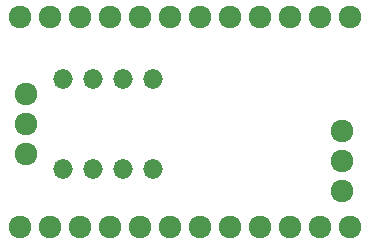
<source format=gbs>
G04 (created by PCBNEW (2013-jul-07)-stable) date Mon 28 Dec 2015 12:37:34 PM PST*
%MOIN*%
G04 Gerber Fmt 3.4, Leading zero omitted, Abs format*
%FSLAX34Y34*%
G01*
G70*
G90*
G04 APERTURE LIST*
%ADD10C,0.00393701*%
%ADD11O,0.065748X0.065748*%
%ADD12O,0.075748X0.075748*%
G04 APERTURE END LIST*
G54D10*
G54D11*
X54973Y-41714D03*
X55973Y-41714D03*
X55973Y-38714D03*
X54973Y-38714D03*
X56973Y-41714D03*
X57973Y-41714D03*
X56973Y-38714D03*
X57973Y-38714D03*
G54D12*
X53532Y-36631D03*
X54532Y-36631D03*
X55532Y-36631D03*
X56532Y-36631D03*
X57532Y-36631D03*
X58532Y-36631D03*
X59532Y-36631D03*
X60532Y-36631D03*
X61532Y-36631D03*
X62532Y-36631D03*
X63532Y-36631D03*
X64532Y-36631D03*
X53532Y-43639D03*
X54532Y-43639D03*
X55532Y-43639D03*
X56532Y-43639D03*
X57532Y-43639D03*
X58532Y-43639D03*
X59532Y-43639D03*
X60532Y-43639D03*
X61532Y-43639D03*
X62532Y-43639D03*
X63532Y-43639D03*
X64532Y-43639D03*
X53717Y-39214D03*
X53717Y-40214D03*
X53717Y-41214D03*
X64268Y-40434D03*
X64268Y-41434D03*
X64268Y-42434D03*
M02*

</source>
